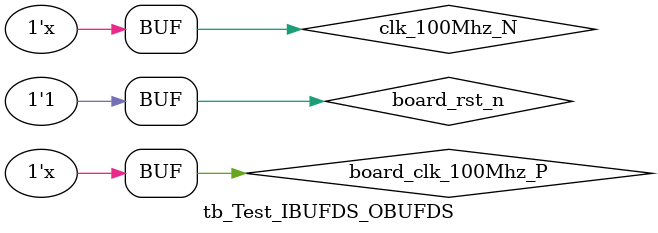
<source format=v>

`timescale 1ns/1ps
module tb_Test_IBUFDS_OBUFDS (); /* this is automatically generated */

	

	// (*NOTE*) replace reset, clock, others
	reg  board_clk_100Mhz_P;
	wire clk_100Mhz_N;
	reg  board_rst_n;
	wire  clk_125Mhz_P;
	wire  clk_125Mhz_N;


	initial begin
		board_clk_100Mhz_P <= 1'd0;
		board_rst_n <= 1'd0;
		#13
		board_rst_n = 1'd1;
	end

	always #5 board_clk_100Mhz_P <= !board_clk_100Mhz_P;
	assign clk_100Mhz_N = !board_clk_100Mhz_P;


	Test_IBUFDS_OBUFDS inst_Test_IBUFDS_OBUFDS
		(
			.board_clk_100Mhz_P (board_clk_100Mhz_P),
			.clk_100Mhz_N		(clk_100Mhz_N),
			.board_rst_n        (board_rst_n),
			.clk_125Mhz_P       (clk_125Mhz_P),
			.clk_125Mhz_N       (clk_125Mhz_N)
		);

endmodule

</source>
